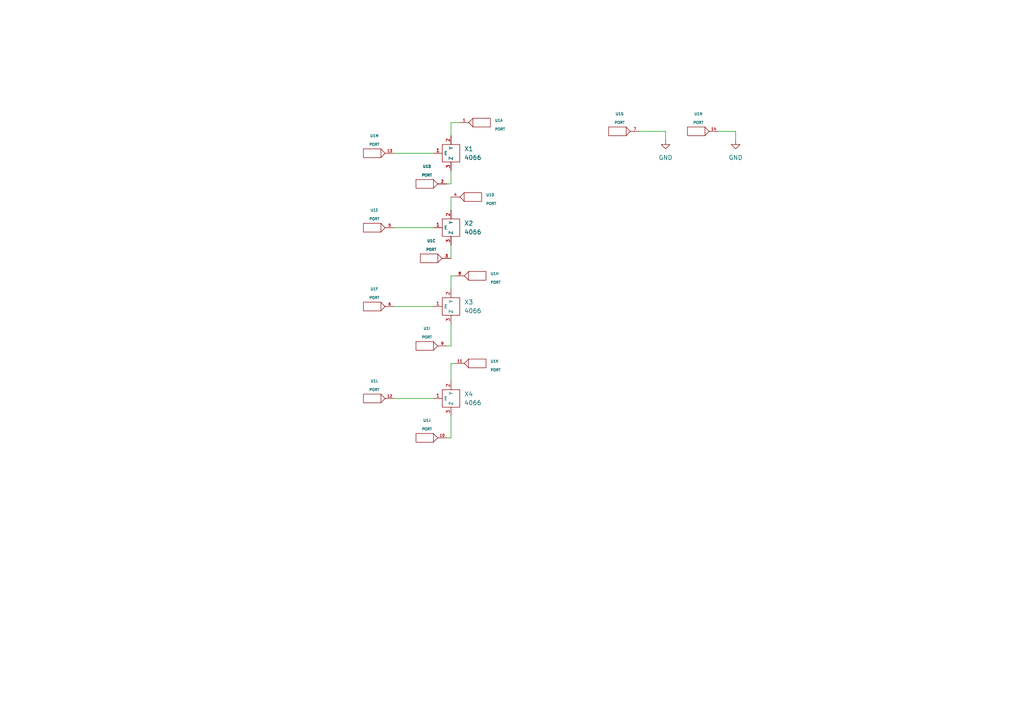
<source format=kicad_sch>
(kicad_sch (version 20211123) (generator eeschema)
  (paper "A4")
  (lib_symbols
    (symbol "eSim_Miscellaneous:PORT" (pin_names (offset 1.016))
      (property "Reference" "U" (at 1.27 2.54 0))
      (property "Value" "PORT" (at 0 0 0))
      (symbol "PORT_0_1"
        (rectangle (start -2.54 1.27) (end 2.54 -1.27))
        (arc (start 2.54 1.27) (mid 3.1355 0.5955) (end 3.81 0))
        (arc (start 3.81 0) (mid 3.1447 -0.6046) (end 2.54 -1.27))
      )
      (symbol "PORT_1_1"
        (pin bidirectional line (at 6.35 0 180) (length 2.54) (name "~") (number "1"))
      )
      (symbol "PORT_2_1"
        (pin bidirectional line (at 6.35 0 180) (length 2.54) (name "~") (number "2"))
      )
      (symbol "PORT_3_1"
        (pin bidirectional line (at 6.35 0 180) (length 2.54) (name "~") (number "3"))
      )
      (symbol "PORT_4_1"
        (pin bidirectional line (at 6.35 0 180) (length 2.54) (name "~") (number "4"))
      )
      (symbol "PORT_5_1"
        (pin bidirectional line (at 6.35 0 180) (length 2.54) (name "~") (number "5"))
      )
      (symbol "PORT_6_1"
        (pin bidirectional line (at 6.35 0 180) (length 2.54) (name "~") (number "6"))
      )
      (symbol "PORT_7_1"
        (pin bidirectional line (at 6.35 0 180) (length 2.54) (name "~") (number "7"))
      )
      (symbol "PORT_8_1"
        (pin bidirectional line (at 6.35 0 180) (length 2.54) (name "~") (number "8"))
      )
      (symbol "PORT_9_1"
        (pin bidirectional line (at 6.35 0 180) (length 2.54) (name "~") (number "9"))
      )
      (symbol "PORT_10_1"
        (pin bidirectional line (at 6.35 0 180) (length 2.54) (name "~") (number "10"))
      )
      (symbol "PORT_11_1"
        (pin bidirectional line (at 6.35 0 180) (length 2.54) (name "~") (number "11"))
      )
      (symbol "PORT_12_1"
        (pin bidirectional line (at 6.35 0 180) (length 2.54) (name "~") (number "12"))
      )
      (symbol "PORT_13_1"
        (pin bidirectional line (at 6.35 0 180) (length 2.54) (name "~") (number "13"))
      )
      (symbol "PORT_14_1"
        (pin bidirectional line (at 6.35 0 180) (length 2.54) (name "~") (number "14"))
      )
      (symbol "PORT_15_1"
        (pin bidirectional line (at 6.35 0 180) (length 2.54) (name "~") (number "15"))
      )
      (symbol "PORT_16_1"
        (pin bidirectional line (at 6.35 0 180) (length 2.54) (name "~") (number "16"))
      )
      (symbol "PORT_17_1"
        (pin bidirectional line (at 6.35 0 180) (length 2.54) (name "~") (number "17"))
      )
      (symbol "PORT_18_1"
        (pin bidirectional line (at 6.35 0 180) (length 2.54) (name "~") (number "18"))
      )
      (symbol "PORT_19_1"
        (pin bidirectional line (at 6.35 0 180) (length 2.54) (name "~") (number "19"))
      )
      (symbol "PORT_20_1"
        (pin bidirectional line (at 6.35 0 180) (length 2.54) (name "~") (number "20"))
      )
      (symbol "PORT_21_1"
        (pin bidirectional line (at 6.35 0 180) (length 2.54) (name "~") (number "21"))
      )
      (symbol "PORT_22_1"
        (pin bidirectional line (at 6.35 0 180) (length 2.54) (name "~") (number "22"))
      )
      (symbol "PORT_23_1"
        (pin bidirectional line (at 6.35 0 180) (length 2.54) (name "~") (number "23"))
      )
      (symbol "PORT_24_1"
        (pin bidirectional line (at 6.35 0 180) (length 2.54) (name "~") (number "24"))
      )
      (symbol "PORT_25_1"
        (pin bidirectional line (at 6.35 0 180) (length 2.54) (name "~") (number "25"))
      )
      (symbol "PORT_26_1"
        (pin bidirectional line (at 6.35 0 180) (length 2.54) (name "~") (number "26"))
      )
    )
    (symbol "eSim_Power:eSim_GND" (power) (pin_names (offset 0))
      (property "Value" "eSim_GND" (at 0 -3.81 0))
      (symbol "eSim_GND_0_1"
        (polyline (pts (xy 0 0) (xy 0 -1.27) (xy 1.27 -1.27) (xy 0 -2.54) (xy -1.27 -1.27) (xy 0 -1.27)))
      )
      (symbol "eSim_GND_1_1"
        (pin power_in line (at 0 0 270) (length 0) hide (name "GND") (number "1"))
      )
    )
    (symbol "eSim_Subckt:4066"
      (property "Reference" "X" (at 0 0 0))
      (property "Value" "4066" (at 0 0 0))
      (symbol "4066_0_1"
        (rectangle (start -2.54 2.54) (end 2.54 -2.54))
      )
      (symbol "4066_1_1"
        (pin input line (at -5.08 0 0) (length 2.54) (name "E") (number "1"))
        (pin bidirectional line (at 0 5.08 270) (length 2.54) (name "Y") (number "2"))
        (pin bidirectional line (at 0 -5.08 90) (length 2.54) (name "Z") (number "3"))
      )
    )
  )
  (wire (pts (xy 114.3 66.04) (xy 125.73 66.04)))
  (wire (pts (xy 130.81 110.49) (xy 130.81 105.41)))
  (wire (pts (xy 208.28 38.1) (xy 213.36 38.1)))
  (wire (pts (xy 129.54 53.34) (xy 130.81 53.34)))
  (wire (pts (xy 130.81 57.15) (xy 130.81 60.96)))
  (wire (pts (xy 130.81 105.41) (xy 132.08 105.41)))
  (wire (pts (xy 130.81 35.56) (xy 133.35 35.56)))
  (wire (pts (xy 213.36 38.1) (xy 213.36 40.64)))
  (wire (pts (xy 130.81 93.98) (xy 130.81 100.33)))
  (wire (pts (xy 193.04 40.64) (xy 193.04 38.1)))
  (wire (pts (xy 114.3 115.57) (xy 125.73 115.57)))
  (wire (pts (xy 130.81 71.12) (xy 130.81 74.93)))
  (wire (pts (xy 130.81 39.37) (xy 130.81 35.56)))
  (wire (pts (xy 130.81 100.33) (xy 129.54 100.33)))
  (wire (pts (xy 130.81 127) (xy 129.54 127)))
  (wire (pts (xy 130.81 53.34) (xy 130.81 49.53)))
  (wire (pts (xy 130.81 80.01) (xy 130.81 83.82)))
  (wire (pts (xy 130.81 120.65) (xy 130.81 127)))
  (wire (pts (xy 114.3 44.45) (xy 125.73 44.45)))
  (wire (pts (xy 114.3 88.9) (xy 125.73 88.9)))
  (wire (pts (xy 132.08 80.01) (xy 130.81 80.01)))
  (wire (pts (xy 193.04 38.1) (xy 185.42 38.1)))
  (symbol (lib_id "eSim_Subckt:4066") (at 130.81 88.9 0) (unit 1)
    (property "Reference" "X3" (at 134.62 87.6299 0) (effects (justify left)))
    (property "Value" "4066" (at 134.62 90.1699 0) (effects (justify left)))
  )
  (symbol (lib_id "eSim_Miscellaneous:PORT") (at 107.95 66.04 0) (unit 5)
    (property "Reference" "U1" (at 108.585 60.96 0) (effects (font (size 0.762 0.762))))
    (property "Value" "PORT" (at 108.585 63.5 0) (effects (font (size 0.762 0.762))))
  )
  (symbol (lib_id "eSim_Miscellaneous:PORT") (at 201.93 38.1 0) (unit 14)
    (property "Reference" "U1" (at 202.565 33.02 0) (effects (font (size 0.762 0.762))))
    (property "Value" "PORT" (at 202.565 35.56 0) (effects (font (size 0.762 0.762))))
  )
  (symbol (lib_id "eSim_Power:eSim_GND") (at 193.04 40.64 0) (unit 1)
    (property "Reference" "#PWR01" (effects hide))
    (property "Value" "eSim_GND" (at 193.04 45.72 0))
  )
  (symbol (lib_id "eSim_Miscellaneous:PORT") (at 138.43 80.01 180) (unit 8)
    (property "Reference" "U1" (at 142.24 79.375 0) (effects (font (size 0.762 0.762)) (justify right)))
    (property "Value" "PORT" (at 142.24 81.915 0) (effects (font (size 0.762 0.762)) (justify right)))
  )
  (symbol (lib_id "eSim_Miscellaneous:PORT") (at 107.95 88.9 0) (unit 6)
    (property "Reference" "U1" (at 108.585 83.82 0) (effects (font (size 0.762 0.762))))
    (property "Value" "PORT" (at 108.585 86.36 0) (effects (font (size 0.762 0.762))))
  )
  (symbol (lib_id "eSim_Miscellaneous:PORT") (at 179.07 38.1 0) (unit 7)
    (property "Reference" "U1" (at 179.705 33.02 0) (effects (font (size 0.762 0.762))))
    (property "Value" "PORT" (at 179.705 35.56 0) (effects (font (size 0.762 0.762))))
  )
  (symbol (lib_id "eSim_Miscellaneous:PORT") (at 137.16 57.15 180) (unit 4)
    (property "Reference" "U1" (at 140.97 56.515 0) (effects (font (size 0.762 0.762)) (justify right)))
    (property "Value" "PORT" (at 140.97 59.055 0) (effects (font (size 0.762 0.762)) (justify right)))
  )
  (symbol (lib_id "eSim_Miscellaneous:PORT") (at 107.95 44.45 0) (unit 13)
    (property "Reference" "U1" (at 108.585 39.37 0) (effects (font (size 0.762 0.762))))
    (property "Value" "PORT" (at 108.585 41.91 0) (effects (font (size 0.762 0.762))))
  )
  (symbol (lib_id "eSim_Subckt:4066") (at 130.81 115.57 0) (unit 1)
    (property "Reference" "X4" (at 134.62 114.2999 0) (effects (justify left)))
    (property "Value" "4066" (at 134.62 116.8399 0) (effects (justify left)))
  )
  (symbol (lib_id "eSim_Miscellaneous:PORT") (at 107.95 115.57 0) (unit 12)
    (property "Reference" "U1" (at 108.585 110.49 0) (effects (font (size 0.762 0.762))))
    (property "Value" "PORT" (at 108.585 113.03 0) (effects (font (size 0.762 0.762))))
  )
  (symbol (lib_id "eSim_Miscellaneous:PORT") (at 123.19 100.33 0) (unit 9)
    (property "Reference" "U1" (at 123.825 95.25 0) (effects (font (size 0.762 0.762))))
    (property "Value" "PORT" (at 123.825 97.79 0) (effects (font (size 0.762 0.762))))
  )
  (symbol (lib_id "eSim_Miscellaneous:PORT") (at 123.19 53.34 0) (unit 2)
    (property "Reference" "U1" (at 123.825 48.26 0) (effects (font (size 0.762 0.762))))
    (property "Value" "PORT" (at 123.825 50.8 0) (effects (font (size 0.762 0.762))))
  )
  (symbol (lib_id "eSim_Miscellaneous:PORT") (at 138.43 105.41 180) (unit 11)
    (property "Reference" "U1" (at 142.24 104.775 0) (effects (font (size 0.762 0.762)) (justify right)))
    (property "Value" "PORT" (at 142.24 107.315 0) (effects (font (size 0.762 0.762)) (justify right)))
  )
  (symbol (lib_id "eSim_Miscellaneous:PORT") (at 123.19 127 0) (unit 10)
    (property "Reference" "U1" (at 123.825 121.92 0) (effects (font (size 0.762 0.762))))
    (property "Value" "PORT" (at 123.825 124.46 0) (effects (font (size 0.762 0.762))))
  )
  (symbol (lib_id "eSim_Subckt:4066") (at 130.81 66.04 0) (unit 1)
    (property "Reference" "X2" (at 134.62 64.7699 0) (effects (justify left)))
    (property "Value" "4066" (at 134.62 67.3099 0) (effects (justify left)))
  )
  (symbol (lib_id "eSim_Power:eSim_GND") (at 213.36 40.64 0) (unit 1)
    (property "Reference" "#PWR02" (effects hide))
    (property "Value" "eSim_GND" (at 213.36 45.72 0))
  )
  (symbol (lib_id "eSim_Subckt:4066") (at 130.81 44.45 0) (unit 1)
    (property "Reference" "X1" (at 134.62 43.1799 0) (effects (justify left)))
    (property "Value" "4066" (at 134.62 45.7199 0) (effects (justify left)))
  )
  (symbol (lib_id "eSim_Miscellaneous:PORT") (at 124.46 74.93 0) (unit 3)
    (property "Reference" "U1" (at 125.095 69.85 0) (effects (font (size 0.762 0.762))))
    (property "Value" "PORT" (at 125.095 72.39 0) (effects (font (size 0.762 0.762))))
  )
  (symbol (lib_id "eSim_Miscellaneous:PORT") (at 139.7 35.56 180) (unit 1)
    (property "Reference" "U1" (at 143.51 34.925 0) (effects (font (size 0.762 0.762)) (justify right)))
    (property "Value" "PORT" (at 143.51 37.465 0) (effects (font (size 0.762 0.762)) (justify right)))
  )
)
</source>
